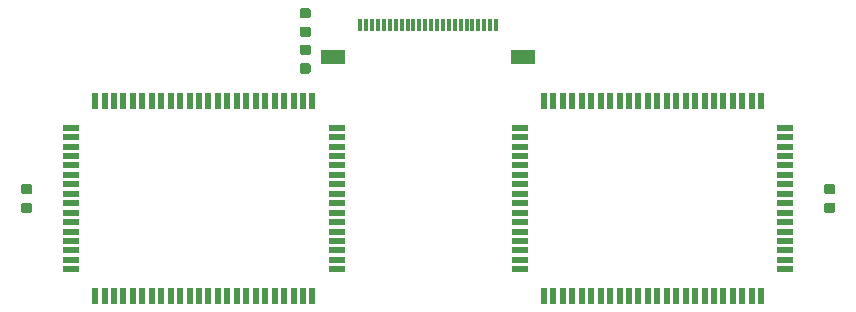
<source format=gbr>
G04 #@! TF.GenerationSoftware,KiCad,Pcbnew,5.1.5+dfsg1-2build2*
G04 #@! TF.CreationDate,2022-05-25T15:14:24+02:00*
G04 #@! TF.ProjectId,ModulAdapter,4d6f6475-6c41-4646-9170-7465722e6b69,rev?*
G04 #@! TF.SameCoordinates,Original*
G04 #@! TF.FileFunction,Paste,Bot*
G04 #@! TF.FilePolarity,Positive*
%FSLAX46Y46*%
G04 Gerber Fmt 4.6, Leading zero omitted, Abs format (unit mm)*
G04 Created by KiCad (PCBNEW 5.1.5+dfsg1-2build2) date 2022-05-25 15:14:24*
%MOMM*%
%LPD*%
G04 APERTURE LIST*
%ADD10R,0.500000X1.480000*%
%ADD11R,1.480000X0.500000*%
%ADD12R,2.000000X1.300000*%
%ADD13R,0.300000X1.000000*%
%ADD14C,0.100000*%
G04 APERTURE END LIST*
D10*
X109800000Y-91260000D03*
X110600000Y-91260000D03*
X111400000Y-91260000D03*
X112200000Y-91260000D03*
X113000000Y-91260000D03*
X113800000Y-91260000D03*
X114600000Y-91260000D03*
X115400000Y-91260000D03*
X116200000Y-91260000D03*
X117000000Y-91260000D03*
X117800000Y-91260000D03*
X118600000Y-91260000D03*
X119400000Y-91260000D03*
X120200000Y-91260000D03*
X121000000Y-91260000D03*
X121800000Y-91260000D03*
X122600000Y-91260000D03*
X123400000Y-91260000D03*
X124200000Y-91260000D03*
X125000000Y-91260000D03*
X125800000Y-91260000D03*
X126600000Y-91260000D03*
X127400000Y-91260000D03*
X128200000Y-91260000D03*
D11*
X130240000Y-93500000D03*
X130240000Y-94300000D03*
X130240000Y-95100000D03*
X130240000Y-95900000D03*
X130240000Y-96700000D03*
X130240000Y-97500000D03*
X130240000Y-98300000D03*
X130240000Y-99100000D03*
X130240000Y-99900000D03*
X130240000Y-100700000D03*
X130240000Y-101500000D03*
X130240000Y-102300000D03*
X130240000Y-103100000D03*
X130240000Y-103900000D03*
X130240000Y-104700000D03*
X130240000Y-105500000D03*
D10*
X128200000Y-107740000D03*
X127400000Y-107740000D03*
X126600000Y-107740000D03*
X125800000Y-107740000D03*
X125000000Y-107740000D03*
X124200000Y-107740000D03*
X123400000Y-107740000D03*
X122600000Y-107740000D03*
X121800000Y-107740000D03*
X121000000Y-107740000D03*
X120200000Y-107740000D03*
X119400000Y-107740000D03*
X118600000Y-107740000D03*
X117800000Y-107740000D03*
X117000000Y-107740000D03*
X116200000Y-107740000D03*
X115400000Y-107740000D03*
X114600000Y-107740000D03*
X113800000Y-107740000D03*
X113000000Y-107740000D03*
X112200000Y-107740000D03*
X111400000Y-107740000D03*
X110600000Y-107740000D03*
X109800000Y-107740000D03*
D11*
X107760000Y-105500000D03*
X107760000Y-104700000D03*
X107760000Y-103900000D03*
X107760000Y-103100000D03*
X107760000Y-102300000D03*
X107760000Y-101500000D03*
X107760000Y-100700000D03*
X107760000Y-99900000D03*
X107760000Y-99100000D03*
X107760000Y-98300000D03*
X107760000Y-97500000D03*
X107760000Y-96700000D03*
X107760000Y-95900000D03*
X107760000Y-95100000D03*
X107760000Y-94300000D03*
X107760000Y-93500000D03*
D10*
X90200000Y-107740000D03*
X89400000Y-107740000D03*
X88600000Y-107740000D03*
X87800000Y-107740000D03*
X87000000Y-107740000D03*
X86200000Y-107740000D03*
X85400000Y-107740000D03*
X84600000Y-107740000D03*
X83800000Y-107740000D03*
X83000000Y-107740000D03*
X82200000Y-107740000D03*
X81400000Y-107740000D03*
X80600000Y-107740000D03*
X79800000Y-107740000D03*
X79000000Y-107740000D03*
X78200000Y-107740000D03*
X77400000Y-107740000D03*
X76600000Y-107740000D03*
X75800000Y-107740000D03*
X75000000Y-107740000D03*
X74200000Y-107740000D03*
X73400000Y-107740000D03*
X72600000Y-107740000D03*
X71800000Y-107740000D03*
D11*
X69760000Y-105500000D03*
X69760000Y-104700000D03*
X69760000Y-103900000D03*
X69760000Y-103100000D03*
X69760000Y-102300000D03*
X69760000Y-101500000D03*
X69760000Y-100700000D03*
X69760000Y-99900000D03*
X69760000Y-99100000D03*
X69760000Y-98300000D03*
X69760000Y-97500000D03*
X69760000Y-96700000D03*
X69760000Y-95900000D03*
X69760000Y-95100000D03*
X69760000Y-94300000D03*
X69760000Y-93500000D03*
D10*
X71800000Y-91260000D03*
X72600000Y-91260000D03*
X73400000Y-91260000D03*
X74200000Y-91260000D03*
X75000000Y-91260000D03*
X75800000Y-91260000D03*
X76600000Y-91260000D03*
X77400000Y-91260000D03*
X78200000Y-91260000D03*
X79000000Y-91260000D03*
X79800000Y-91260000D03*
X80600000Y-91260000D03*
X81400000Y-91260000D03*
X82200000Y-91260000D03*
X83000000Y-91260000D03*
X83800000Y-91260000D03*
X84600000Y-91260000D03*
X85400000Y-91260000D03*
X86200000Y-91260000D03*
X87000000Y-91260000D03*
X87800000Y-91260000D03*
X88600000Y-91260000D03*
X89400000Y-91260000D03*
X90200000Y-91260000D03*
D11*
X92240000Y-93500000D03*
X92240000Y-94300000D03*
X92240000Y-95100000D03*
X92240000Y-95900000D03*
X92240000Y-96700000D03*
X92240000Y-97500000D03*
X92240000Y-98300000D03*
X92240000Y-99100000D03*
X92240000Y-99900000D03*
X92240000Y-100700000D03*
X92240000Y-101500000D03*
X92240000Y-102300000D03*
X92240000Y-103100000D03*
X92240000Y-103900000D03*
X92240000Y-104700000D03*
X92240000Y-105500000D03*
D12*
X108050000Y-87500000D03*
X91950000Y-87500000D03*
D13*
X105750000Y-84800000D03*
X105250000Y-84800000D03*
X104750000Y-84800000D03*
X104250000Y-84800000D03*
X103750000Y-84800000D03*
X103250000Y-84800000D03*
X102750000Y-84800000D03*
X102250000Y-84800000D03*
X101750000Y-84800000D03*
X101250000Y-84800000D03*
X100750000Y-84800000D03*
X100250000Y-84800000D03*
X99750000Y-84800000D03*
X99250000Y-84800000D03*
X98750000Y-84800000D03*
X98250000Y-84800000D03*
X97750000Y-84800000D03*
X97250000Y-84800000D03*
X96750000Y-84800000D03*
X96250000Y-84800000D03*
X95750000Y-84800000D03*
X95250000Y-84800000D03*
X94750000Y-84800000D03*
X94250000Y-84800000D03*
D14*
G36*
X134277691Y-98276053D02*
G01*
X134298926Y-98279203D01*
X134319750Y-98284419D01*
X134339962Y-98291651D01*
X134359368Y-98300830D01*
X134377781Y-98311866D01*
X134395024Y-98324654D01*
X134410930Y-98339070D01*
X134425346Y-98354976D01*
X134438134Y-98372219D01*
X134449170Y-98390632D01*
X134458349Y-98410038D01*
X134465581Y-98430250D01*
X134470797Y-98451074D01*
X134473947Y-98472309D01*
X134475000Y-98493750D01*
X134475000Y-98931250D01*
X134473947Y-98952691D01*
X134470797Y-98973926D01*
X134465581Y-98994750D01*
X134458349Y-99014962D01*
X134449170Y-99034368D01*
X134438134Y-99052781D01*
X134425346Y-99070024D01*
X134410930Y-99085930D01*
X134395024Y-99100346D01*
X134377781Y-99113134D01*
X134359368Y-99124170D01*
X134339962Y-99133349D01*
X134319750Y-99140581D01*
X134298926Y-99145797D01*
X134277691Y-99148947D01*
X134256250Y-99150000D01*
X133743750Y-99150000D01*
X133722309Y-99148947D01*
X133701074Y-99145797D01*
X133680250Y-99140581D01*
X133660038Y-99133349D01*
X133640632Y-99124170D01*
X133622219Y-99113134D01*
X133604976Y-99100346D01*
X133589070Y-99085930D01*
X133574654Y-99070024D01*
X133561866Y-99052781D01*
X133550830Y-99034368D01*
X133541651Y-99014962D01*
X133534419Y-98994750D01*
X133529203Y-98973926D01*
X133526053Y-98952691D01*
X133525000Y-98931250D01*
X133525000Y-98493750D01*
X133526053Y-98472309D01*
X133529203Y-98451074D01*
X133534419Y-98430250D01*
X133541651Y-98410038D01*
X133550830Y-98390632D01*
X133561866Y-98372219D01*
X133574654Y-98354976D01*
X133589070Y-98339070D01*
X133604976Y-98324654D01*
X133622219Y-98311866D01*
X133640632Y-98300830D01*
X133660038Y-98291651D01*
X133680250Y-98284419D01*
X133701074Y-98279203D01*
X133722309Y-98276053D01*
X133743750Y-98275000D01*
X134256250Y-98275000D01*
X134277691Y-98276053D01*
G37*
G36*
X134277691Y-99851053D02*
G01*
X134298926Y-99854203D01*
X134319750Y-99859419D01*
X134339962Y-99866651D01*
X134359368Y-99875830D01*
X134377781Y-99886866D01*
X134395024Y-99899654D01*
X134410930Y-99914070D01*
X134425346Y-99929976D01*
X134438134Y-99947219D01*
X134449170Y-99965632D01*
X134458349Y-99985038D01*
X134465581Y-100005250D01*
X134470797Y-100026074D01*
X134473947Y-100047309D01*
X134475000Y-100068750D01*
X134475000Y-100506250D01*
X134473947Y-100527691D01*
X134470797Y-100548926D01*
X134465581Y-100569750D01*
X134458349Y-100589962D01*
X134449170Y-100609368D01*
X134438134Y-100627781D01*
X134425346Y-100645024D01*
X134410930Y-100660930D01*
X134395024Y-100675346D01*
X134377781Y-100688134D01*
X134359368Y-100699170D01*
X134339962Y-100708349D01*
X134319750Y-100715581D01*
X134298926Y-100720797D01*
X134277691Y-100723947D01*
X134256250Y-100725000D01*
X133743750Y-100725000D01*
X133722309Y-100723947D01*
X133701074Y-100720797D01*
X133680250Y-100715581D01*
X133660038Y-100708349D01*
X133640632Y-100699170D01*
X133622219Y-100688134D01*
X133604976Y-100675346D01*
X133589070Y-100660930D01*
X133574654Y-100645024D01*
X133561866Y-100627781D01*
X133550830Y-100609368D01*
X133541651Y-100589962D01*
X133534419Y-100569750D01*
X133529203Y-100548926D01*
X133526053Y-100527691D01*
X133525000Y-100506250D01*
X133525000Y-100068750D01*
X133526053Y-100047309D01*
X133529203Y-100026074D01*
X133534419Y-100005250D01*
X133541651Y-99985038D01*
X133550830Y-99965632D01*
X133561866Y-99947219D01*
X133574654Y-99929976D01*
X133589070Y-99914070D01*
X133604976Y-99899654D01*
X133622219Y-99886866D01*
X133640632Y-99875830D01*
X133660038Y-99866651D01*
X133680250Y-99859419D01*
X133701074Y-99854203D01*
X133722309Y-99851053D01*
X133743750Y-99850000D01*
X134256250Y-99850000D01*
X134277691Y-99851053D01*
G37*
G36*
X66277691Y-98276053D02*
G01*
X66298926Y-98279203D01*
X66319750Y-98284419D01*
X66339962Y-98291651D01*
X66359368Y-98300830D01*
X66377781Y-98311866D01*
X66395024Y-98324654D01*
X66410930Y-98339070D01*
X66425346Y-98354976D01*
X66438134Y-98372219D01*
X66449170Y-98390632D01*
X66458349Y-98410038D01*
X66465581Y-98430250D01*
X66470797Y-98451074D01*
X66473947Y-98472309D01*
X66475000Y-98493750D01*
X66475000Y-98931250D01*
X66473947Y-98952691D01*
X66470797Y-98973926D01*
X66465581Y-98994750D01*
X66458349Y-99014962D01*
X66449170Y-99034368D01*
X66438134Y-99052781D01*
X66425346Y-99070024D01*
X66410930Y-99085930D01*
X66395024Y-99100346D01*
X66377781Y-99113134D01*
X66359368Y-99124170D01*
X66339962Y-99133349D01*
X66319750Y-99140581D01*
X66298926Y-99145797D01*
X66277691Y-99148947D01*
X66256250Y-99150000D01*
X65743750Y-99150000D01*
X65722309Y-99148947D01*
X65701074Y-99145797D01*
X65680250Y-99140581D01*
X65660038Y-99133349D01*
X65640632Y-99124170D01*
X65622219Y-99113134D01*
X65604976Y-99100346D01*
X65589070Y-99085930D01*
X65574654Y-99070024D01*
X65561866Y-99052781D01*
X65550830Y-99034368D01*
X65541651Y-99014962D01*
X65534419Y-98994750D01*
X65529203Y-98973926D01*
X65526053Y-98952691D01*
X65525000Y-98931250D01*
X65525000Y-98493750D01*
X65526053Y-98472309D01*
X65529203Y-98451074D01*
X65534419Y-98430250D01*
X65541651Y-98410038D01*
X65550830Y-98390632D01*
X65561866Y-98372219D01*
X65574654Y-98354976D01*
X65589070Y-98339070D01*
X65604976Y-98324654D01*
X65622219Y-98311866D01*
X65640632Y-98300830D01*
X65660038Y-98291651D01*
X65680250Y-98284419D01*
X65701074Y-98279203D01*
X65722309Y-98276053D01*
X65743750Y-98275000D01*
X66256250Y-98275000D01*
X66277691Y-98276053D01*
G37*
G36*
X66277691Y-99851053D02*
G01*
X66298926Y-99854203D01*
X66319750Y-99859419D01*
X66339962Y-99866651D01*
X66359368Y-99875830D01*
X66377781Y-99886866D01*
X66395024Y-99899654D01*
X66410930Y-99914070D01*
X66425346Y-99929976D01*
X66438134Y-99947219D01*
X66449170Y-99965632D01*
X66458349Y-99985038D01*
X66465581Y-100005250D01*
X66470797Y-100026074D01*
X66473947Y-100047309D01*
X66475000Y-100068750D01*
X66475000Y-100506250D01*
X66473947Y-100527691D01*
X66470797Y-100548926D01*
X66465581Y-100569750D01*
X66458349Y-100589962D01*
X66449170Y-100609368D01*
X66438134Y-100627781D01*
X66425346Y-100645024D01*
X66410930Y-100660930D01*
X66395024Y-100675346D01*
X66377781Y-100688134D01*
X66359368Y-100699170D01*
X66339962Y-100708349D01*
X66319750Y-100715581D01*
X66298926Y-100720797D01*
X66277691Y-100723947D01*
X66256250Y-100725000D01*
X65743750Y-100725000D01*
X65722309Y-100723947D01*
X65701074Y-100720797D01*
X65680250Y-100715581D01*
X65660038Y-100708349D01*
X65640632Y-100699170D01*
X65622219Y-100688134D01*
X65604976Y-100675346D01*
X65589070Y-100660930D01*
X65574654Y-100645024D01*
X65561866Y-100627781D01*
X65550830Y-100609368D01*
X65541651Y-100589962D01*
X65534419Y-100569750D01*
X65529203Y-100548926D01*
X65526053Y-100527691D01*
X65525000Y-100506250D01*
X65525000Y-100068750D01*
X65526053Y-100047309D01*
X65529203Y-100026074D01*
X65534419Y-100005250D01*
X65541651Y-99985038D01*
X65550830Y-99965632D01*
X65561866Y-99947219D01*
X65574654Y-99929976D01*
X65589070Y-99914070D01*
X65604976Y-99899654D01*
X65622219Y-99886866D01*
X65640632Y-99875830D01*
X65660038Y-99866651D01*
X65680250Y-99859419D01*
X65701074Y-99854203D01*
X65722309Y-99851053D01*
X65743750Y-99850000D01*
X66256250Y-99850000D01*
X66277691Y-99851053D01*
G37*
G36*
X89863691Y-88057553D02*
G01*
X89884926Y-88060703D01*
X89905750Y-88065919D01*
X89925962Y-88073151D01*
X89945368Y-88082330D01*
X89963781Y-88093366D01*
X89981024Y-88106154D01*
X89996930Y-88120570D01*
X90011346Y-88136476D01*
X90024134Y-88153719D01*
X90035170Y-88172132D01*
X90044349Y-88191538D01*
X90051581Y-88211750D01*
X90056797Y-88232574D01*
X90059947Y-88253809D01*
X90061000Y-88275250D01*
X90061000Y-88712750D01*
X90059947Y-88734191D01*
X90056797Y-88755426D01*
X90051581Y-88776250D01*
X90044349Y-88796462D01*
X90035170Y-88815868D01*
X90024134Y-88834281D01*
X90011346Y-88851524D01*
X89996930Y-88867430D01*
X89981024Y-88881846D01*
X89963781Y-88894634D01*
X89945368Y-88905670D01*
X89925962Y-88914849D01*
X89905750Y-88922081D01*
X89884926Y-88927297D01*
X89863691Y-88930447D01*
X89842250Y-88931500D01*
X89329750Y-88931500D01*
X89308309Y-88930447D01*
X89287074Y-88927297D01*
X89266250Y-88922081D01*
X89246038Y-88914849D01*
X89226632Y-88905670D01*
X89208219Y-88894634D01*
X89190976Y-88881846D01*
X89175070Y-88867430D01*
X89160654Y-88851524D01*
X89147866Y-88834281D01*
X89136830Y-88815868D01*
X89127651Y-88796462D01*
X89120419Y-88776250D01*
X89115203Y-88755426D01*
X89112053Y-88734191D01*
X89111000Y-88712750D01*
X89111000Y-88275250D01*
X89112053Y-88253809D01*
X89115203Y-88232574D01*
X89120419Y-88211750D01*
X89127651Y-88191538D01*
X89136830Y-88172132D01*
X89147866Y-88153719D01*
X89160654Y-88136476D01*
X89175070Y-88120570D01*
X89190976Y-88106154D01*
X89208219Y-88093366D01*
X89226632Y-88082330D01*
X89246038Y-88073151D01*
X89266250Y-88065919D01*
X89287074Y-88060703D01*
X89308309Y-88057553D01*
X89329750Y-88056500D01*
X89842250Y-88056500D01*
X89863691Y-88057553D01*
G37*
G36*
X89863691Y-86482553D02*
G01*
X89884926Y-86485703D01*
X89905750Y-86490919D01*
X89925962Y-86498151D01*
X89945368Y-86507330D01*
X89963781Y-86518366D01*
X89981024Y-86531154D01*
X89996930Y-86545570D01*
X90011346Y-86561476D01*
X90024134Y-86578719D01*
X90035170Y-86597132D01*
X90044349Y-86616538D01*
X90051581Y-86636750D01*
X90056797Y-86657574D01*
X90059947Y-86678809D01*
X90061000Y-86700250D01*
X90061000Y-87137750D01*
X90059947Y-87159191D01*
X90056797Y-87180426D01*
X90051581Y-87201250D01*
X90044349Y-87221462D01*
X90035170Y-87240868D01*
X90024134Y-87259281D01*
X90011346Y-87276524D01*
X89996930Y-87292430D01*
X89981024Y-87306846D01*
X89963781Y-87319634D01*
X89945368Y-87330670D01*
X89925962Y-87339849D01*
X89905750Y-87347081D01*
X89884926Y-87352297D01*
X89863691Y-87355447D01*
X89842250Y-87356500D01*
X89329750Y-87356500D01*
X89308309Y-87355447D01*
X89287074Y-87352297D01*
X89266250Y-87347081D01*
X89246038Y-87339849D01*
X89226632Y-87330670D01*
X89208219Y-87319634D01*
X89190976Y-87306846D01*
X89175070Y-87292430D01*
X89160654Y-87276524D01*
X89147866Y-87259281D01*
X89136830Y-87240868D01*
X89127651Y-87221462D01*
X89120419Y-87201250D01*
X89115203Y-87180426D01*
X89112053Y-87159191D01*
X89111000Y-87137750D01*
X89111000Y-86700250D01*
X89112053Y-86678809D01*
X89115203Y-86657574D01*
X89120419Y-86636750D01*
X89127651Y-86616538D01*
X89136830Y-86597132D01*
X89147866Y-86578719D01*
X89160654Y-86561476D01*
X89175070Y-86545570D01*
X89190976Y-86531154D01*
X89208219Y-86518366D01*
X89226632Y-86507330D01*
X89246038Y-86498151D01*
X89266250Y-86490919D01*
X89287074Y-86485703D01*
X89308309Y-86482553D01*
X89329750Y-86481500D01*
X89842250Y-86481500D01*
X89863691Y-86482553D01*
G37*
G36*
X89863691Y-84958553D02*
G01*
X89884926Y-84961703D01*
X89905750Y-84966919D01*
X89925962Y-84974151D01*
X89945368Y-84983330D01*
X89963781Y-84994366D01*
X89981024Y-85007154D01*
X89996930Y-85021570D01*
X90011346Y-85037476D01*
X90024134Y-85054719D01*
X90035170Y-85073132D01*
X90044349Y-85092538D01*
X90051581Y-85112750D01*
X90056797Y-85133574D01*
X90059947Y-85154809D01*
X90061000Y-85176250D01*
X90061000Y-85613750D01*
X90059947Y-85635191D01*
X90056797Y-85656426D01*
X90051581Y-85677250D01*
X90044349Y-85697462D01*
X90035170Y-85716868D01*
X90024134Y-85735281D01*
X90011346Y-85752524D01*
X89996930Y-85768430D01*
X89981024Y-85782846D01*
X89963781Y-85795634D01*
X89945368Y-85806670D01*
X89925962Y-85815849D01*
X89905750Y-85823081D01*
X89884926Y-85828297D01*
X89863691Y-85831447D01*
X89842250Y-85832500D01*
X89329750Y-85832500D01*
X89308309Y-85831447D01*
X89287074Y-85828297D01*
X89266250Y-85823081D01*
X89246038Y-85815849D01*
X89226632Y-85806670D01*
X89208219Y-85795634D01*
X89190976Y-85782846D01*
X89175070Y-85768430D01*
X89160654Y-85752524D01*
X89147866Y-85735281D01*
X89136830Y-85716868D01*
X89127651Y-85697462D01*
X89120419Y-85677250D01*
X89115203Y-85656426D01*
X89112053Y-85635191D01*
X89111000Y-85613750D01*
X89111000Y-85176250D01*
X89112053Y-85154809D01*
X89115203Y-85133574D01*
X89120419Y-85112750D01*
X89127651Y-85092538D01*
X89136830Y-85073132D01*
X89147866Y-85054719D01*
X89160654Y-85037476D01*
X89175070Y-85021570D01*
X89190976Y-85007154D01*
X89208219Y-84994366D01*
X89226632Y-84983330D01*
X89246038Y-84974151D01*
X89266250Y-84966919D01*
X89287074Y-84961703D01*
X89308309Y-84958553D01*
X89329750Y-84957500D01*
X89842250Y-84957500D01*
X89863691Y-84958553D01*
G37*
G36*
X89863691Y-83383553D02*
G01*
X89884926Y-83386703D01*
X89905750Y-83391919D01*
X89925962Y-83399151D01*
X89945368Y-83408330D01*
X89963781Y-83419366D01*
X89981024Y-83432154D01*
X89996930Y-83446570D01*
X90011346Y-83462476D01*
X90024134Y-83479719D01*
X90035170Y-83498132D01*
X90044349Y-83517538D01*
X90051581Y-83537750D01*
X90056797Y-83558574D01*
X90059947Y-83579809D01*
X90061000Y-83601250D01*
X90061000Y-84038750D01*
X90059947Y-84060191D01*
X90056797Y-84081426D01*
X90051581Y-84102250D01*
X90044349Y-84122462D01*
X90035170Y-84141868D01*
X90024134Y-84160281D01*
X90011346Y-84177524D01*
X89996930Y-84193430D01*
X89981024Y-84207846D01*
X89963781Y-84220634D01*
X89945368Y-84231670D01*
X89925962Y-84240849D01*
X89905750Y-84248081D01*
X89884926Y-84253297D01*
X89863691Y-84256447D01*
X89842250Y-84257500D01*
X89329750Y-84257500D01*
X89308309Y-84256447D01*
X89287074Y-84253297D01*
X89266250Y-84248081D01*
X89246038Y-84240849D01*
X89226632Y-84231670D01*
X89208219Y-84220634D01*
X89190976Y-84207846D01*
X89175070Y-84193430D01*
X89160654Y-84177524D01*
X89147866Y-84160281D01*
X89136830Y-84141868D01*
X89127651Y-84122462D01*
X89120419Y-84102250D01*
X89115203Y-84081426D01*
X89112053Y-84060191D01*
X89111000Y-84038750D01*
X89111000Y-83601250D01*
X89112053Y-83579809D01*
X89115203Y-83558574D01*
X89120419Y-83537750D01*
X89127651Y-83517538D01*
X89136830Y-83498132D01*
X89147866Y-83479719D01*
X89160654Y-83462476D01*
X89175070Y-83446570D01*
X89190976Y-83432154D01*
X89208219Y-83419366D01*
X89226632Y-83408330D01*
X89246038Y-83399151D01*
X89266250Y-83391919D01*
X89287074Y-83386703D01*
X89308309Y-83383553D01*
X89329750Y-83382500D01*
X89842250Y-83382500D01*
X89863691Y-83383553D01*
G37*
M02*

</source>
